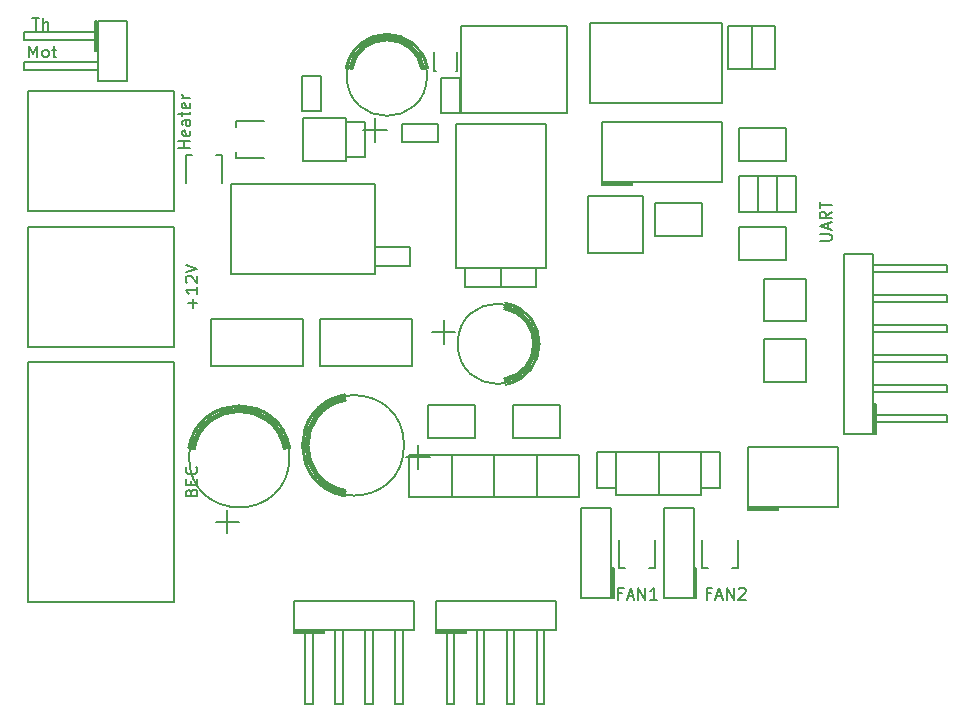
<source format=gto>
G04 #@! TF.FileFunction,Legend,Top*
%FSLAX46Y46*%
G04 Gerber Fmt 4.6, Leading zero omitted, Abs format (unit mm)*
G04 Created by KiCad (PCBNEW (2015-08-30 BZR 6134, Git 4e94d52)-product) date 2015-09-01 19:05:39*
%MOMM*%
G01*
G04 APERTURE LIST*
%ADD10C,0.100000*%
%ADD11C,0.200000*%
%ADD12C,0.152000*%
G04 APERTURE END LIST*
D10*
D11*
X50538095Y-53552381D02*
X50538095Y-52552381D01*
X50871429Y-53266667D01*
X51204762Y-52552381D01*
X51204762Y-53552381D01*
X51823809Y-53552381D02*
X51728571Y-53504762D01*
X51680952Y-53457143D01*
X51633333Y-53361905D01*
X51633333Y-53076190D01*
X51680952Y-52980952D01*
X51728571Y-52933333D01*
X51823809Y-52885714D01*
X51966667Y-52885714D01*
X52061905Y-52933333D01*
X52109524Y-52980952D01*
X52157143Y-53076190D01*
X52157143Y-53361905D01*
X52109524Y-53457143D01*
X52061905Y-53504762D01*
X51966667Y-53552381D01*
X51823809Y-53552381D01*
X52442857Y-52885714D02*
X52823809Y-52885714D01*
X52585714Y-52552381D02*
X52585714Y-53409524D01*
X52633333Y-53504762D01*
X52728571Y-53552381D01*
X52823809Y-53552381D01*
X50795238Y-50252381D02*
X51366667Y-50252381D01*
X51080952Y-51252381D02*
X51080952Y-50252381D01*
X51700000Y-51252381D02*
X51700000Y-50252381D01*
X52128572Y-51252381D02*
X52128572Y-50728571D01*
X52080953Y-50633333D01*
X51985715Y-50585714D01*
X51842857Y-50585714D01*
X51747619Y-50633333D01*
X51700000Y-50680952D01*
D12*
X87455025Y-73025179D02*
X87455025Y-71425179D01*
X87455025Y-71425179D02*
X90455025Y-71425179D01*
X90455025Y-71425179D02*
X90455025Y-73025179D01*
X90455025Y-73025179D02*
X87455025Y-73025179D01*
X93455025Y-71425179D02*
X93455025Y-73025179D01*
X93455025Y-73025179D02*
X90455025Y-73025179D01*
X90455025Y-73025179D02*
X90455025Y-71425179D01*
X90455025Y-71425179D02*
X93455025Y-71425179D01*
X87000000Y-58300000D02*
X85400000Y-58300000D01*
X85400000Y-58300000D02*
X85400000Y-55300000D01*
X85400000Y-55300000D02*
X87000000Y-55300000D01*
X87000000Y-55300000D02*
X87000000Y-58300000D01*
X86776000Y-53100000D02*
X86776000Y-54676000D01*
X86776000Y-54676000D02*
X86681000Y-54676000D01*
X84824000Y-53100000D02*
X84824000Y-54676000D01*
X84824000Y-54676000D02*
X84919000Y-54676000D01*
X82250000Y-86400000D02*
G75*
G03X82250000Y-86400000I-4250000J0D01*
G01*
X77238177Y-82078969D02*
G75*
G03X77238000Y-90721000I761823J-4321031D01*
G01*
X77285759Y-82350043D02*
G75*
G03X77286000Y-90450000I714241J-4049957D01*
G01*
X77309379Y-82485109D02*
G75*
G03X77310000Y-90315000I690621J-3914891D01*
G01*
X77333939Y-82619834D02*
G75*
G03X77333000Y-90180000I666061J-3780166D01*
G01*
X84450000Y-87400000D02*
X82450000Y-87400000D01*
X83450000Y-88400000D02*
X83450000Y-86400000D01*
X72550000Y-87400000D02*
G75*
G03X72550000Y-87400000I-4250000J0D01*
G01*
X72621031Y-86638177D02*
G75*
G03X63979000Y-86638000I-4321031J-761823D01*
G01*
X72349957Y-86685759D02*
G75*
G03X64250000Y-86686000I-4049957J-714241D01*
G01*
X72214891Y-86709379D02*
G75*
G03X64385000Y-86710000I-3914891J-690621D01*
G01*
X72080166Y-86733939D02*
G75*
G03X64520000Y-86733000I-3780166J-666061D01*
G01*
X67300000Y-93850000D02*
X67300000Y-91850000D01*
X66300000Y-92850000D02*
X68300000Y-92850000D01*
X84200000Y-55100000D02*
G75*
G03X84200000Y-55100000I-3400000J0D01*
G01*
X84282949Y-54485715D02*
G75*
G03X77317000Y-54486000I-3482949J-614285D01*
G01*
X84013158Y-54533895D02*
G75*
G03X77587000Y-54533000I-3213158J-566105D01*
G01*
X83878091Y-54557515D02*
G75*
G03X77722000Y-54557000I-3078091J-542485D01*
G01*
X83743024Y-54581135D02*
G75*
G03X77857000Y-54581000I-2943024J-518865D01*
G01*
X79800000Y-60700000D02*
X79800000Y-58700000D01*
X78800000Y-59700000D02*
X80800000Y-59700000D01*
X112200000Y-66600000D02*
X110600000Y-66600000D01*
X110600000Y-66600000D02*
X110600000Y-63600000D01*
X110600000Y-63600000D02*
X112200000Y-63600000D01*
X112200000Y-63600000D02*
X112200000Y-66600000D01*
X93600000Y-77800000D02*
G75*
G03X93600000Y-77800000I-3400000J0D01*
G01*
X90814285Y-81282949D02*
G75*
G03X90814000Y-74317000I-614285J3482949D01*
G01*
X90766105Y-81013158D02*
G75*
G03X90767000Y-74587000I-566105J3213158D01*
G01*
X90742485Y-80878091D02*
G75*
G03X90743000Y-74722000I-542485J3078091D01*
G01*
X90718865Y-80743024D02*
G75*
G03X90719000Y-74857000I-518865J2943024D01*
G01*
X84600000Y-76800000D02*
X86600000Y-76800000D01*
X85600000Y-75800000D02*
X85600000Y-77800000D01*
X83080000Y-102040000D02*
X72920000Y-102040000D01*
X72920000Y-102040000D02*
X72920000Y-99540000D01*
X72920000Y-99540000D02*
X83080000Y-99540000D01*
X83080000Y-99540000D02*
X83080000Y-102040000D01*
X74510000Y-108290000D02*
X73870000Y-108290000D01*
X73870000Y-108290000D02*
X73870000Y-102040000D01*
X73870000Y-102040000D02*
X74510000Y-102040000D01*
X74510000Y-102040000D02*
X74510000Y-108290000D01*
X77050000Y-108290000D02*
X76410000Y-108290000D01*
X76410000Y-108290000D02*
X76410000Y-102040000D01*
X76410000Y-102040000D02*
X77050000Y-102040000D01*
X77050000Y-102040000D02*
X77050000Y-108290000D01*
X79590000Y-108290000D02*
X78950000Y-108290000D01*
X78950000Y-108290000D02*
X78950000Y-102040000D01*
X78950000Y-102040000D02*
X79590000Y-102040000D01*
X79590000Y-102040000D02*
X79590000Y-108290000D01*
X82130000Y-108290000D02*
X81490000Y-108290000D01*
X81490000Y-108290000D02*
X81490000Y-102040000D01*
X81490000Y-102040000D02*
X82130000Y-102040000D01*
X82130000Y-102040000D02*
X82130000Y-108290000D01*
X75460000Y-102269000D02*
X72920000Y-102269000D01*
X72920000Y-102269000D02*
X72920000Y-102116000D01*
X72920000Y-102116000D02*
X75460000Y-102116000D01*
X75460000Y-102116000D02*
X75460000Y-102269000D01*
X95080000Y-102040000D02*
X84920000Y-102040000D01*
X84920000Y-102040000D02*
X84920000Y-99540000D01*
X84920000Y-99540000D02*
X95080000Y-99540000D01*
X95080000Y-99540000D02*
X95080000Y-102040000D01*
X86510000Y-108290000D02*
X85870000Y-108290000D01*
X85870000Y-108290000D02*
X85870000Y-102040000D01*
X85870000Y-102040000D02*
X86510000Y-102040000D01*
X86510000Y-102040000D02*
X86510000Y-108290000D01*
X89050000Y-108290000D02*
X88410000Y-108290000D01*
X88410000Y-108290000D02*
X88410000Y-102040000D01*
X88410000Y-102040000D02*
X89050000Y-102040000D01*
X89050000Y-102040000D02*
X89050000Y-108290000D01*
X91590000Y-108290000D02*
X90950000Y-108290000D01*
X90950000Y-108290000D02*
X90950000Y-102040000D01*
X90950000Y-102040000D02*
X91590000Y-102040000D01*
X91590000Y-102040000D02*
X91590000Y-108290000D01*
X94130000Y-108290000D02*
X93490000Y-108290000D01*
X93490000Y-108290000D02*
X93490000Y-102040000D01*
X93490000Y-102040000D02*
X94130000Y-102040000D01*
X94130000Y-102040000D02*
X94130000Y-108290000D01*
X87460000Y-102269000D02*
X84920000Y-102269000D01*
X84920000Y-102269000D02*
X84920000Y-102116000D01*
X84920000Y-102116000D02*
X87460000Y-102116000D01*
X87460000Y-102116000D02*
X87460000Y-102269000D01*
X50400000Y-66580000D02*
X50400000Y-56420000D01*
X50400000Y-56420000D02*
X62800000Y-56420000D01*
X62800000Y-56420000D02*
X62800000Y-66580000D01*
X62800000Y-66580000D02*
X50400000Y-66580000D01*
X50400000Y-78080000D02*
X50400000Y-67920000D01*
X50400000Y-67920000D02*
X62800000Y-67920000D01*
X62800000Y-67920000D02*
X62800000Y-78080000D01*
X62800000Y-78080000D02*
X50400000Y-78080000D01*
X50400000Y-99660000D02*
X50400000Y-79340000D01*
X50400000Y-79340000D02*
X62800000Y-79340000D01*
X62800000Y-79340000D02*
X62800000Y-99660000D01*
X62800000Y-99660000D02*
X50400000Y-99660000D01*
X99770000Y-91690000D02*
X99770000Y-99310000D01*
X99770000Y-99310000D02*
X97230000Y-99310000D01*
X97230000Y-99310000D02*
X97230000Y-91690000D01*
X97230000Y-91690000D02*
X99770000Y-91690000D01*
X99999000Y-96770000D02*
X99999000Y-99310000D01*
X99999000Y-99310000D02*
X99846000Y-99310000D01*
X99846000Y-99310000D02*
X99846000Y-96770000D01*
X99846000Y-96770000D02*
X99999000Y-96770000D01*
X106770000Y-91690000D02*
X106770000Y-99310000D01*
X106770000Y-99310000D02*
X104230000Y-99310000D01*
X104230000Y-99310000D02*
X104230000Y-91690000D01*
X104230000Y-91690000D02*
X106770000Y-91690000D01*
X106999000Y-96770000D02*
X106999000Y-99310000D01*
X106999000Y-99310000D02*
X106846000Y-99310000D01*
X106846000Y-99310000D02*
X106846000Y-96770000D01*
X106846000Y-96770000D02*
X106999000Y-96770000D01*
X122000000Y-70170000D02*
X122000000Y-85410000D01*
X122000000Y-85410000D02*
X119500000Y-85410000D01*
X119500000Y-85410000D02*
X119500000Y-70170000D01*
X119500000Y-70170000D02*
X122000000Y-70170000D01*
X128250000Y-83820000D02*
X128250000Y-84460000D01*
X128250000Y-84460000D02*
X122000000Y-84460000D01*
X122000000Y-84460000D02*
X122000000Y-83820000D01*
X122000000Y-83820000D02*
X128250000Y-83820000D01*
X128250000Y-81280000D02*
X128250000Y-81920000D01*
X128250000Y-81920000D02*
X122000000Y-81920000D01*
X122000000Y-81920000D02*
X122000000Y-81280000D01*
X122000000Y-81280000D02*
X128250000Y-81280000D01*
X128250000Y-78740000D02*
X128250000Y-79380000D01*
X128250000Y-79380000D02*
X122000000Y-79380000D01*
X122000000Y-79380000D02*
X122000000Y-78740000D01*
X122000000Y-78740000D02*
X128250000Y-78740000D01*
X128250000Y-76200000D02*
X128250000Y-76840000D01*
X128250000Y-76840000D02*
X122000000Y-76840000D01*
X122000000Y-76840000D02*
X122000000Y-76200000D01*
X122000000Y-76200000D02*
X128250000Y-76200000D01*
X128250000Y-73660000D02*
X128250000Y-74300000D01*
X128250000Y-74300000D02*
X122000000Y-74300000D01*
X122000000Y-74300000D02*
X122000000Y-73660000D01*
X122000000Y-73660000D02*
X128250000Y-73660000D01*
X128250000Y-71120000D02*
X128250000Y-71760000D01*
X128250000Y-71760000D02*
X122000000Y-71760000D01*
X122000000Y-71760000D02*
X122000000Y-71120000D01*
X122000000Y-71120000D02*
X128250000Y-71120000D01*
X122229000Y-82870000D02*
X122229000Y-85410000D01*
X122229000Y-85410000D02*
X122076000Y-85410000D01*
X122076000Y-85410000D02*
X122076000Y-82870000D01*
X122076000Y-82870000D02*
X122229000Y-82870000D01*
X119010000Y-91640000D02*
X111390000Y-91640000D01*
X111390000Y-91640000D02*
X111390000Y-86560000D01*
X111390000Y-86560000D02*
X119010000Y-86560000D01*
X119010000Y-86560000D02*
X119010000Y-91640000D01*
X113930000Y-91869000D02*
X111390000Y-91869000D01*
X111390000Y-91869000D02*
X111390000Y-91716000D01*
X111390000Y-91716000D02*
X113930000Y-91716000D01*
X113930000Y-91716000D02*
X113930000Y-91869000D01*
X82700000Y-90800000D02*
X82700000Y-87200000D01*
X82700000Y-87200000D02*
X86300000Y-87200000D01*
X86300000Y-87200000D02*
X86300000Y-90800000D01*
X86300000Y-90800000D02*
X82700000Y-90800000D01*
X89900000Y-90800000D02*
X89900000Y-87200000D01*
X89900000Y-87200000D02*
X93500000Y-87200000D01*
X93500000Y-87200000D02*
X93500000Y-90800000D01*
X93500000Y-90800000D02*
X89900000Y-90800000D01*
X86300000Y-90800000D02*
X86300000Y-87200000D01*
X86300000Y-87200000D02*
X89900000Y-87200000D01*
X89900000Y-87200000D02*
X89900000Y-90800000D01*
X89900000Y-90800000D02*
X86300000Y-90800000D01*
X93500000Y-90800000D02*
X93500000Y-87200000D01*
X93500000Y-87200000D02*
X97100000Y-87200000D01*
X97100000Y-87200000D02*
X97100000Y-90800000D01*
X97100000Y-90800000D02*
X93500000Y-90800000D01*
X63764000Y-64200000D02*
X63764000Y-61824000D01*
X63764000Y-61824000D02*
X64269000Y-61824000D01*
X66836000Y-64200000D02*
X66836000Y-61824000D01*
X66836000Y-61824000D02*
X66331000Y-61824000D01*
X70400000Y-62036000D02*
X68024000Y-62036000D01*
X68024000Y-62036000D02*
X68024000Y-61531000D01*
X70400000Y-58964000D02*
X68024000Y-58964000D01*
X68024000Y-58964000D02*
X68024000Y-59469000D01*
X103536000Y-94400000D02*
X103536000Y-96776000D01*
X103536000Y-96776000D02*
X103031000Y-96776000D01*
X100464000Y-94400000D02*
X100464000Y-96776000D01*
X100464000Y-96776000D02*
X100969000Y-96776000D01*
X110536000Y-94400000D02*
X110536000Y-96776000D01*
X110536000Y-96776000D02*
X110031000Y-96776000D01*
X107464000Y-94400000D02*
X107464000Y-96776000D01*
X107464000Y-96776000D02*
X107969000Y-96776000D01*
X112700000Y-81000000D02*
X112700000Y-77400000D01*
X112700000Y-77400000D02*
X116300000Y-77400000D01*
X116300000Y-77400000D02*
X116300000Y-81000000D01*
X116300000Y-81000000D02*
X112700000Y-81000000D01*
X112700000Y-75900000D02*
X112700000Y-72300000D01*
X112700000Y-72300000D02*
X116300000Y-72300000D01*
X116300000Y-72300000D02*
X116300000Y-75900000D01*
X116300000Y-75900000D02*
X112700000Y-75900000D01*
X109700000Y-50900000D02*
X111700000Y-50900000D01*
X111700000Y-50900000D02*
X111700000Y-54500000D01*
X111700000Y-54500000D02*
X109700000Y-54500000D01*
X109700000Y-54500000D02*
X109700000Y-50900000D01*
X111700000Y-50900000D02*
X113700000Y-50900000D01*
X113700000Y-50900000D02*
X113700000Y-54500000D01*
X113700000Y-54500000D02*
X111700000Y-54500000D01*
X111700000Y-54500000D02*
X111700000Y-50900000D01*
X102449652Y-65317462D02*
X102449652Y-70117462D01*
X102449652Y-70117462D02*
X97849652Y-70117462D01*
X97849652Y-70117462D02*
X97849652Y-65317462D01*
X97849652Y-65317462D02*
X102449652Y-65317462D01*
X82800000Y-69600000D02*
X82800000Y-71200000D01*
X82800000Y-71200000D02*
X79800000Y-71200000D01*
X79800000Y-71200000D02*
X79800000Y-69600000D01*
X79800000Y-69600000D02*
X82800000Y-69600000D01*
X77325000Y-59000000D02*
X78925000Y-59000000D01*
X78925000Y-59000000D02*
X78925000Y-62000000D01*
X78925000Y-62000000D02*
X77325000Y-62000000D01*
X77325000Y-62000000D02*
X77325000Y-59000000D01*
X98600000Y-87000000D02*
X100200000Y-87000000D01*
X100200000Y-87000000D02*
X100200000Y-90000000D01*
X100200000Y-90000000D02*
X98600000Y-90000000D01*
X98600000Y-90000000D02*
X98600000Y-87000000D01*
X107400000Y-87000000D02*
X109000000Y-87000000D01*
X109000000Y-87000000D02*
X109000000Y-90000000D01*
X109000000Y-90000000D02*
X107400000Y-90000000D01*
X107400000Y-90000000D02*
X107400000Y-87000000D01*
X75100000Y-79700000D02*
X75100000Y-75700000D01*
X75100000Y-75700000D02*
X82900000Y-75700000D01*
X82900000Y-75700000D02*
X82900000Y-79700000D01*
X82900000Y-79700000D02*
X75100000Y-79700000D01*
X65900000Y-79700000D02*
X65900000Y-75700000D01*
X65900000Y-75700000D02*
X73700000Y-75700000D01*
X73700000Y-75700000D02*
X73700000Y-79700000D01*
X73700000Y-79700000D02*
X65900000Y-79700000D01*
X113800000Y-66600000D02*
X112200000Y-66600000D01*
X112200000Y-66600000D02*
X112200000Y-63600000D01*
X112200000Y-63600000D02*
X113800000Y-63600000D01*
X113800000Y-63600000D02*
X113800000Y-66600000D01*
X115400000Y-66600000D02*
X113800000Y-66600000D01*
X113800000Y-66600000D02*
X113800000Y-63600000D01*
X113800000Y-63600000D02*
X115400000Y-63600000D01*
X115400000Y-63600000D02*
X115400000Y-66600000D01*
X88300000Y-83000000D02*
X88300000Y-85800000D01*
X88300000Y-85800000D02*
X84300000Y-85800000D01*
X84300000Y-85800000D02*
X84300000Y-83000000D01*
X84300000Y-83000000D02*
X88300000Y-83000000D01*
X95500000Y-83000000D02*
X95500000Y-85800000D01*
X95500000Y-85800000D02*
X91500000Y-85800000D01*
X91500000Y-85800000D02*
X91500000Y-83000000D01*
X91500000Y-83000000D02*
X95500000Y-83000000D01*
X103500000Y-68675000D02*
X103500000Y-65875000D01*
X103500000Y-65875000D02*
X107500000Y-65875000D01*
X107500000Y-65875000D02*
X107500000Y-68675000D01*
X107500000Y-68675000D02*
X103500000Y-68675000D01*
X110600000Y-70700000D02*
X110600000Y-67900000D01*
X110600000Y-67900000D02*
X114600000Y-67900000D01*
X114600000Y-67900000D02*
X114600000Y-70700000D01*
X114600000Y-70700000D02*
X110600000Y-70700000D01*
X110600000Y-62300000D02*
X110600000Y-59500000D01*
X110600000Y-59500000D02*
X114600000Y-59500000D01*
X114600000Y-59500000D02*
X114600000Y-62300000D01*
X114600000Y-62300000D02*
X110600000Y-62300000D01*
X98000000Y-50600000D02*
X109200000Y-50600000D01*
X109200000Y-50600000D02*
X109200000Y-57400000D01*
X109200000Y-57400000D02*
X98000000Y-57400000D01*
X98000000Y-57400000D02*
X98000000Y-50600000D01*
X79800000Y-71900000D02*
X67600000Y-71900000D01*
X67600000Y-71900000D02*
X67600000Y-64300000D01*
X67600000Y-64300000D02*
X79800000Y-64300000D01*
X79800000Y-64300000D02*
X79800000Y-71900000D01*
X77300000Y-62300000D02*
X73700000Y-62300000D01*
X73700000Y-62300000D02*
X73700000Y-58700000D01*
X73700000Y-58700000D02*
X77300000Y-58700000D01*
X77300000Y-58700000D02*
X77300000Y-62300000D01*
X103800000Y-87000000D02*
X103800000Y-90600000D01*
X103800000Y-90600000D02*
X100200000Y-90600000D01*
X100200000Y-90600000D02*
X100200000Y-87000000D01*
X100200000Y-87000000D02*
X103800000Y-87000000D01*
X107400000Y-87000000D02*
X107400000Y-90600000D01*
X107400000Y-90600000D02*
X103800000Y-90600000D01*
X103800000Y-90600000D02*
X103800000Y-87000000D01*
X103800000Y-87000000D02*
X107400000Y-87000000D01*
X86655025Y-71425179D02*
X86655025Y-59225179D01*
X86655025Y-59225179D02*
X94255025Y-59225179D01*
X94255025Y-59225179D02*
X94255025Y-71425179D01*
X94255025Y-71425179D02*
X86655025Y-71425179D01*
X109180000Y-64140000D02*
X99020000Y-64140000D01*
X99020000Y-64140000D02*
X99020000Y-59060000D01*
X99020000Y-59060000D02*
X109180000Y-59060000D01*
X109180000Y-59060000D02*
X109180000Y-64140000D01*
X101560000Y-64369000D02*
X99020000Y-64369000D01*
X99020000Y-64369000D02*
X99020000Y-64216000D01*
X99020000Y-64216000D02*
X101560000Y-64216000D01*
X101560000Y-64216000D02*
X101560000Y-64369000D01*
X87035563Y-50864215D02*
X96035563Y-50864215D01*
X96035563Y-50864215D02*
X96035563Y-58264215D01*
X96035563Y-58264215D02*
X87035563Y-58264215D01*
X87035563Y-58264215D02*
X87035563Y-50864215D01*
X56330000Y-55540000D02*
X56330000Y-50460000D01*
X56330000Y-50460000D02*
X58830000Y-50460000D01*
X58830000Y-50460000D02*
X58830000Y-55540000D01*
X58830000Y-55540000D02*
X56330000Y-55540000D01*
X50080000Y-52050000D02*
X50080000Y-51410000D01*
X50080000Y-51410000D02*
X56330000Y-51410000D01*
X56330000Y-51410000D02*
X56330000Y-52050000D01*
X56330000Y-52050000D02*
X50080000Y-52050000D01*
X50080000Y-54590000D02*
X50080000Y-53950000D01*
X50080000Y-53950000D02*
X56330000Y-53950000D01*
X56330000Y-53950000D02*
X56330000Y-54590000D01*
X56330000Y-54590000D02*
X50080000Y-54590000D01*
X56101000Y-53000000D02*
X56101000Y-50460000D01*
X56101000Y-50460000D02*
X56254000Y-50460000D01*
X56254000Y-50460000D02*
X56254000Y-53000000D01*
X56254000Y-53000000D02*
X56101000Y-53000000D01*
X75200000Y-58100000D02*
X73600000Y-58100000D01*
X73600000Y-58100000D02*
X73600000Y-55100000D01*
X73600000Y-55100000D02*
X75200000Y-55100000D01*
X75200000Y-55100000D02*
X75200000Y-58100000D01*
X85100000Y-59150000D02*
X85100000Y-60750000D01*
X85100000Y-60750000D02*
X82100000Y-60750000D01*
X82100000Y-60750000D02*
X82100000Y-59150000D01*
X82100000Y-59150000D02*
X85100000Y-59150000D01*
X64152381Y-61190477D02*
X63152381Y-61190477D01*
X63628571Y-61190477D02*
X63628571Y-60619048D01*
X64152381Y-60619048D02*
X63152381Y-60619048D01*
X64104762Y-59761905D02*
X64152381Y-59857143D01*
X64152381Y-60047620D01*
X64104762Y-60142858D01*
X64009524Y-60190477D01*
X63628571Y-60190477D01*
X63533333Y-60142858D01*
X63485714Y-60047620D01*
X63485714Y-59857143D01*
X63533333Y-59761905D01*
X63628571Y-59714286D01*
X63723810Y-59714286D01*
X63819048Y-60190477D01*
X64152381Y-58857143D02*
X63628571Y-58857143D01*
X63533333Y-58904762D01*
X63485714Y-59000000D01*
X63485714Y-59190477D01*
X63533333Y-59285715D01*
X64104762Y-58857143D02*
X64152381Y-58952381D01*
X64152381Y-59190477D01*
X64104762Y-59285715D01*
X64009524Y-59333334D01*
X63914286Y-59333334D01*
X63819048Y-59285715D01*
X63771429Y-59190477D01*
X63771429Y-58952381D01*
X63723810Y-58857143D01*
X63485714Y-58523810D02*
X63485714Y-58142858D01*
X63152381Y-58380953D02*
X64009524Y-58380953D01*
X64104762Y-58333334D01*
X64152381Y-58238096D01*
X64152381Y-58142858D01*
X64104762Y-57428571D02*
X64152381Y-57523809D01*
X64152381Y-57714286D01*
X64104762Y-57809524D01*
X64009524Y-57857143D01*
X63628571Y-57857143D01*
X63533333Y-57809524D01*
X63485714Y-57714286D01*
X63485714Y-57523809D01*
X63533333Y-57428571D01*
X63628571Y-57380952D01*
X63723810Y-57380952D01*
X63819048Y-57857143D01*
X64152381Y-56952381D02*
X63485714Y-56952381D01*
X63676190Y-56952381D02*
X63580952Y-56904762D01*
X63533333Y-56857143D01*
X63485714Y-56761905D01*
X63485714Y-56666666D01*
X64371429Y-74761905D02*
X64371429Y-74000000D01*
X64752381Y-74380952D02*
X63990476Y-74380952D01*
X64752381Y-73000000D02*
X64752381Y-73571429D01*
X64752381Y-73285715D02*
X63752381Y-73285715D01*
X63895238Y-73380953D01*
X63990476Y-73476191D01*
X64038095Y-73571429D01*
X63847619Y-72619048D02*
X63800000Y-72571429D01*
X63752381Y-72476191D01*
X63752381Y-72238095D01*
X63800000Y-72142857D01*
X63847619Y-72095238D01*
X63942857Y-72047619D01*
X64038095Y-72047619D01*
X64180952Y-72095238D01*
X64752381Y-72666667D01*
X64752381Y-72047619D01*
X63752381Y-71761905D02*
X64752381Y-71428572D01*
X63752381Y-71095238D01*
X64228571Y-90380952D02*
X64276190Y-90238095D01*
X64323810Y-90190476D01*
X64419048Y-90142857D01*
X64561905Y-90142857D01*
X64657143Y-90190476D01*
X64704762Y-90238095D01*
X64752381Y-90333333D01*
X64752381Y-90714286D01*
X63752381Y-90714286D01*
X63752381Y-90380952D01*
X63800000Y-90285714D01*
X63847619Y-90238095D01*
X63942857Y-90190476D01*
X64038095Y-90190476D01*
X64133333Y-90238095D01*
X64180952Y-90285714D01*
X64228571Y-90380952D01*
X64228571Y-90714286D01*
X64228571Y-89714286D02*
X64228571Y-89380952D01*
X64752381Y-89238095D02*
X64752381Y-89714286D01*
X63752381Y-89714286D01*
X63752381Y-89238095D01*
X64657143Y-88238095D02*
X64704762Y-88285714D01*
X64752381Y-88428571D01*
X64752381Y-88523809D01*
X64704762Y-88666667D01*
X64609524Y-88761905D01*
X64514286Y-88809524D01*
X64323810Y-88857143D01*
X64180952Y-88857143D01*
X63990476Y-88809524D01*
X63895238Y-88761905D01*
X63800000Y-88666667D01*
X63752381Y-88523809D01*
X63752381Y-88428571D01*
X63800000Y-88285714D01*
X63847619Y-88238095D01*
X100714286Y-98928571D02*
X100380952Y-98928571D01*
X100380952Y-99452381D02*
X100380952Y-98452381D01*
X100857143Y-98452381D01*
X101190476Y-99166667D02*
X101666667Y-99166667D01*
X101095238Y-99452381D02*
X101428571Y-98452381D01*
X101761905Y-99452381D01*
X102095238Y-99452381D02*
X102095238Y-98452381D01*
X102666667Y-99452381D01*
X102666667Y-98452381D01*
X103666667Y-99452381D02*
X103095238Y-99452381D01*
X103380952Y-99452381D02*
X103380952Y-98452381D01*
X103285714Y-98595238D01*
X103190476Y-98690476D01*
X103095238Y-98738095D01*
X108214286Y-98928571D02*
X107880952Y-98928571D01*
X107880952Y-99452381D02*
X107880952Y-98452381D01*
X108357143Y-98452381D01*
X108690476Y-99166667D02*
X109166667Y-99166667D01*
X108595238Y-99452381D02*
X108928571Y-98452381D01*
X109261905Y-99452381D01*
X109595238Y-99452381D02*
X109595238Y-98452381D01*
X110166667Y-99452381D01*
X110166667Y-98452381D01*
X110595238Y-98547619D02*
X110642857Y-98500000D01*
X110738095Y-98452381D01*
X110976191Y-98452381D01*
X111071429Y-98500000D01*
X111119048Y-98547619D01*
X111166667Y-98642857D01*
X111166667Y-98738095D01*
X111119048Y-98880952D01*
X110547619Y-99452381D01*
X111166667Y-99452381D01*
X117452381Y-69095238D02*
X118261905Y-69095238D01*
X118357143Y-69047619D01*
X118404762Y-69000000D01*
X118452381Y-68904762D01*
X118452381Y-68714285D01*
X118404762Y-68619047D01*
X118357143Y-68571428D01*
X118261905Y-68523809D01*
X117452381Y-68523809D01*
X118166667Y-68095238D02*
X118166667Y-67619047D01*
X118452381Y-68190476D02*
X117452381Y-67857143D01*
X118452381Y-67523809D01*
X118452381Y-66619047D02*
X117976190Y-66952381D01*
X118452381Y-67190476D02*
X117452381Y-67190476D01*
X117452381Y-66809523D01*
X117500000Y-66714285D01*
X117547619Y-66666666D01*
X117642857Y-66619047D01*
X117785714Y-66619047D01*
X117880952Y-66666666D01*
X117928571Y-66714285D01*
X117976190Y-66809523D01*
X117976190Y-67190476D01*
X117452381Y-66333333D02*
X117452381Y-65761904D01*
X118452381Y-66047619D02*
X117452381Y-66047619D01*
M02*

</source>
